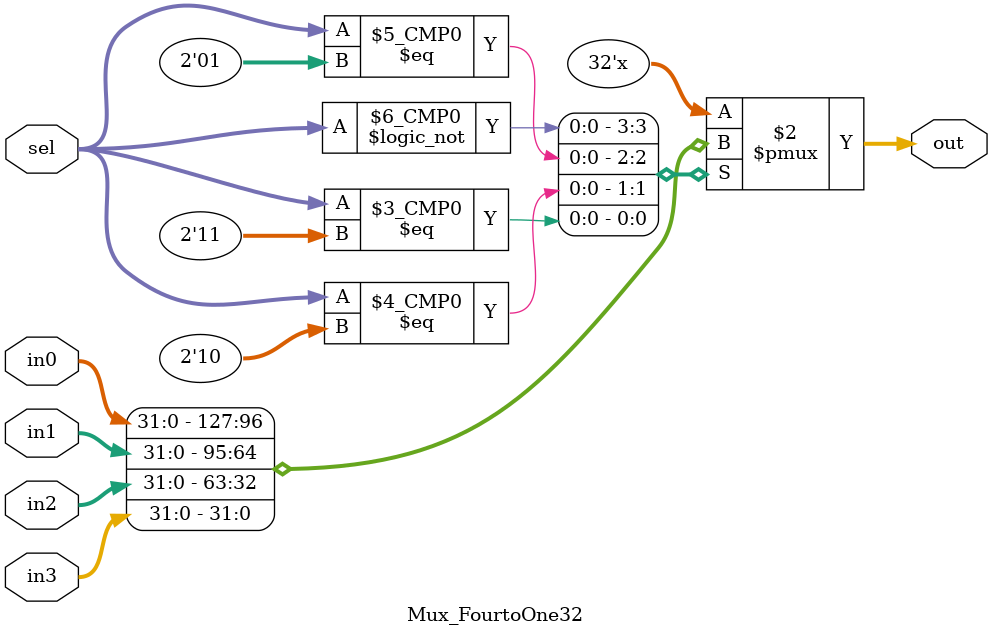
<source format=v>
`timescale 1ns / 1ps


module Mux_FourtoOne32(sel, in0, in1, in2, in3, out);

    input [1:0] sel;
    input [31:0] in0;
    input [31:0] in1;
    input [31:0] in2;
    input [31:0] in3;
    output reg [31:0] out;

    always @ ( * ) begin
        case (sel)
            2'b00: out = in0;
            2'b01: begin
                out = in1;
                $display("in1: %b", in1);
            end
            2'b10: out = in2;
            2'b11: begin
                out = in3;
               // $display("in3: %b", in3);
            end
            default: begin
                $display("sel:%b :case wrong in Mux_FourtoOne32!", sel);
            end
        endcase
    end
endmodule

</source>
